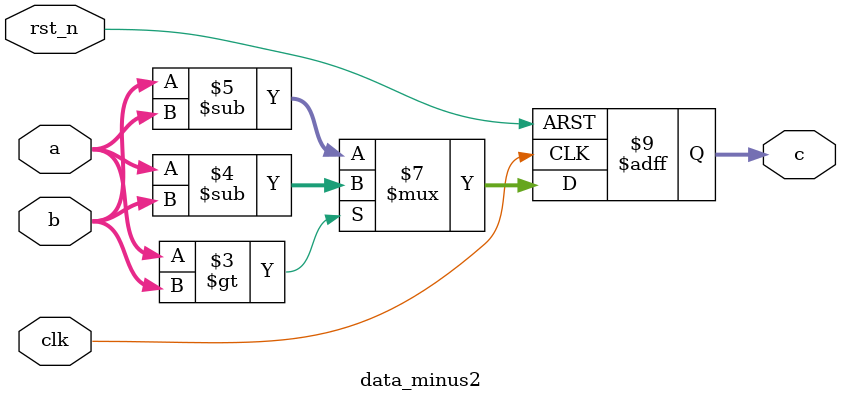
<source format=v>
module data_minus2(
    input clk,
    input rst_n,
    input [7:0]a,
    input [7:0]b,
    output reg[8:0]c

);
always @(posedge clk or negedge rst_n) begin
    if (!rst_n)begin
        c <= 9'b0;
    end
    else begin
        if (a > b)begin
            c <= a - b;
        end
        else begin
            c <= b - a;
        end
    end
end
endmodule
</source>
